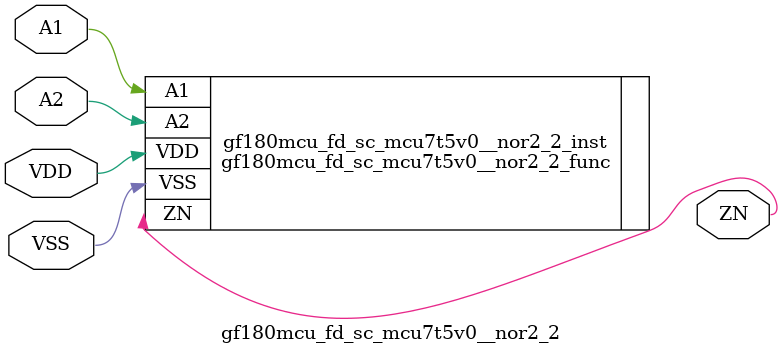
<source format=v>

module gf180mcu_fd_sc_mcu7t5v0__nor2_2( A2, ZN, A1, VDD, VSS );
input A1, A2;
inout VDD, VSS;
output ZN;

   `ifdef FUNCTIONAL  //  functional //

	gf180mcu_fd_sc_mcu7t5v0__nor2_2_func gf180mcu_fd_sc_mcu7t5v0__nor2_2_behav_inst(.A2(A2),.ZN(ZN),.A1(A1),.VDD(VDD),.VSS(VSS));

   `else

	gf180mcu_fd_sc_mcu7t5v0__nor2_2_func gf180mcu_fd_sc_mcu7t5v0__nor2_2_inst(.A2(A2),.ZN(ZN),.A1(A1),.VDD(VDD),.VSS(VSS));

	// spec_gates_begin


	// spec_gates_end



   specify

	// specify_block_begin

	// comb arc A1 --> ZN
	 (A1 => ZN) = (1.0,1.0);

	// comb arc A2 --> ZN
	 (A2 => ZN) = (1.0,1.0);

	// specify_block_end

   endspecify

   `endif

endmodule

</source>
